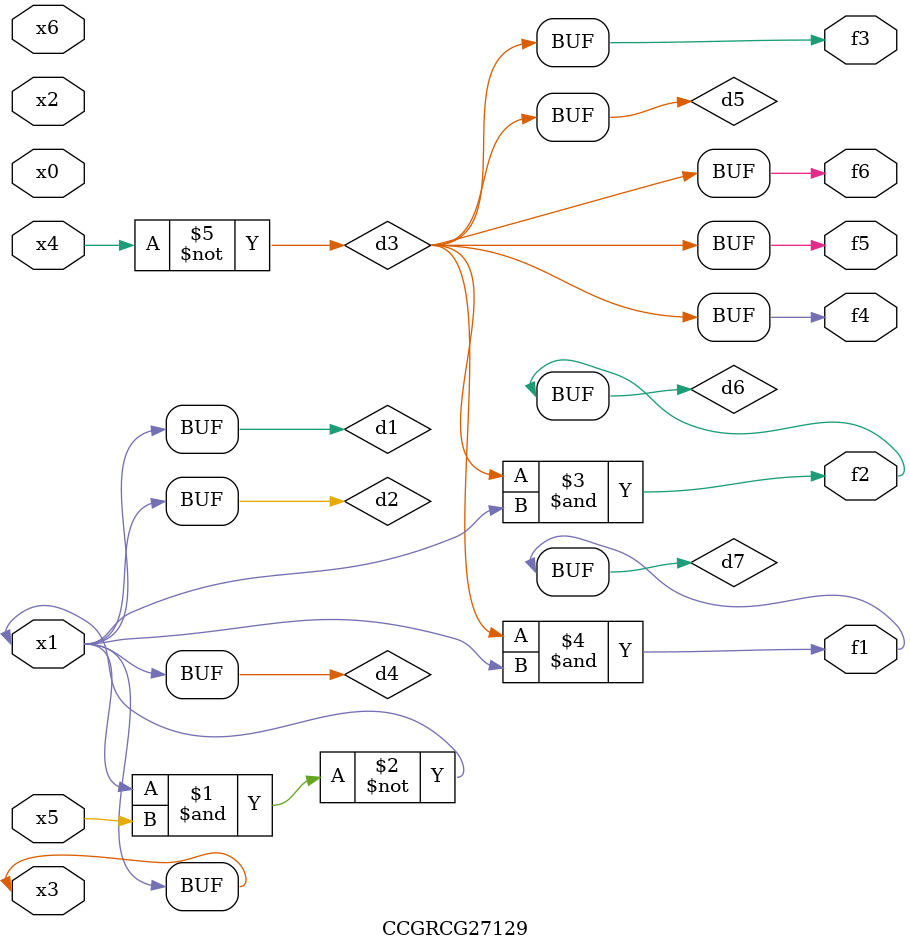
<source format=v>
module CCGRCG27129(
	input x0, x1, x2, x3, x4, x5, x6,
	output f1, f2, f3, f4, f5, f6
);

	wire d1, d2, d3, d4, d5, d6, d7;

	buf (d1, x1, x3);
	nand (d2, x1, x5);
	not (d3, x4);
	buf (d4, d1, d2);
	buf (d5, d3);
	and (d6, d3, d4);
	and (d7, d3, d4);
	assign f1 = d7;
	assign f2 = d6;
	assign f3 = d5;
	assign f4 = d5;
	assign f5 = d5;
	assign f6 = d5;
endmodule

</source>
